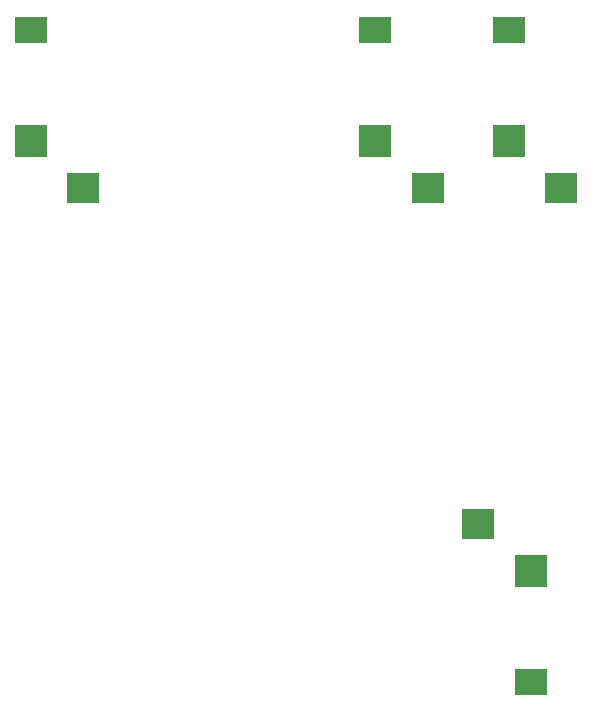
<source format=gbr>
G04 #@! TF.GenerationSoftware,KiCad,Pcbnew,(5.0.1)-rc2*
G04 #@! TF.CreationDate,2019-02-04T01:37:49-05:00*
G04 #@! TF.ProjectId,ladder_filter,6C61646465725F66696C7465722E6B69,rev?*
G04 #@! TF.SameCoordinates,Original*
G04 #@! TF.FileFunction,Paste,Top*
G04 #@! TF.FilePolarity,Positive*
%FSLAX46Y46*%
G04 Gerber Fmt 4.6, Leading zero omitted, Abs format (unit mm)*
G04 Created by KiCad (PCBNEW (5.0.1)-rc2) date 2/4/2019 1:37:49 AM*
%MOMM*%
%LPD*%
G01*
G04 APERTURE LIST*
%ADD10R,2.800000X2.600000*%
%ADD11R,2.800000X2.800000*%
%ADD12R,2.800000X2.200000*%
G04 APERTURE END LIST*
D10*
G04 #@! TO.C,J1*
X155029600Y-48377200D03*
D11*
X150579600Y-44377200D03*
D12*
X150579600Y-34977200D03*
G04 #@! TD*
G04 #@! TO.C,J2*
X179738800Y-34977200D03*
D11*
X179738800Y-44377200D03*
D10*
X184188800Y-48377200D03*
G04 #@! TD*
G04 #@! TO.C,J3*
X188480000Y-76794000D03*
D11*
X192930000Y-80794000D03*
D12*
X192930000Y-90194000D03*
G04 #@! TD*
G04 #@! TO.C,J4*
X191067200Y-34977200D03*
D11*
X191067200Y-44377200D03*
D10*
X195517200Y-48377200D03*
G04 #@! TD*
M02*

</source>
